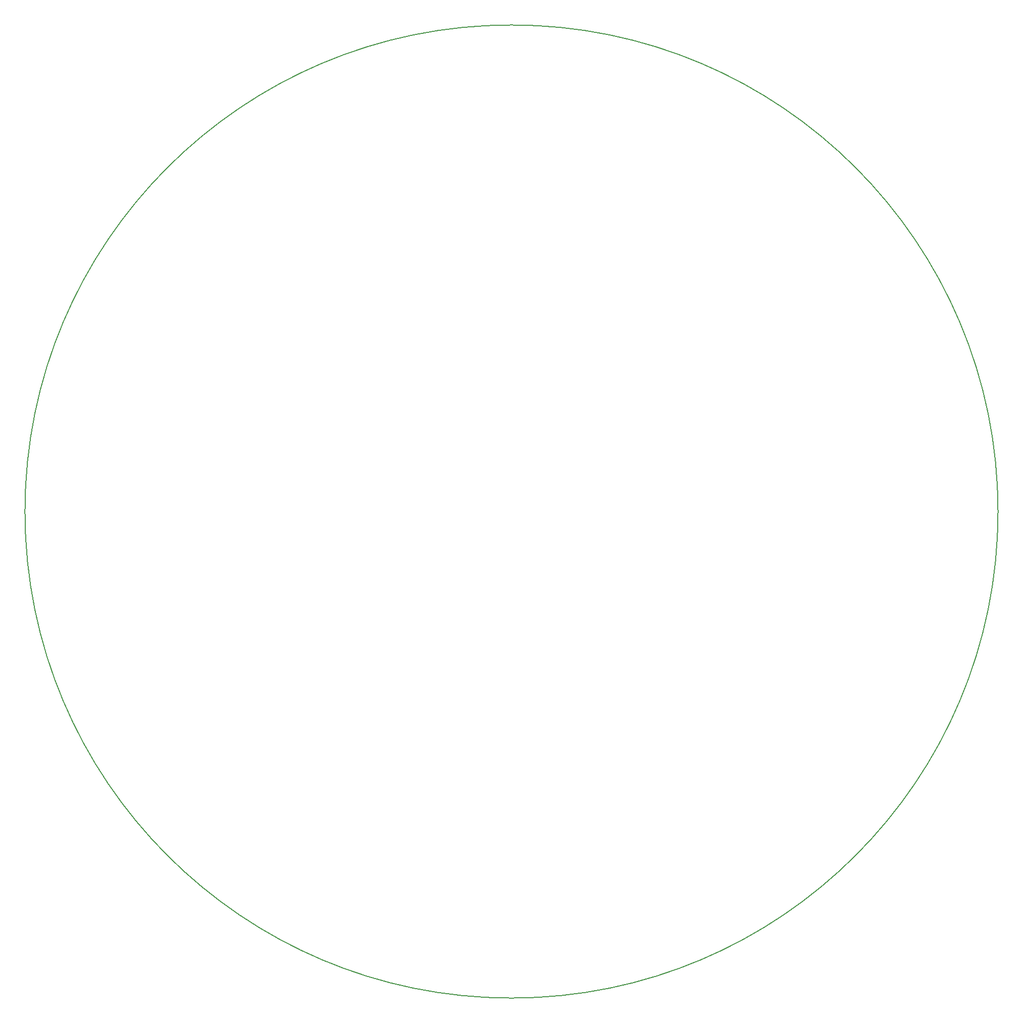
<source format=gbr>
%TF.GenerationSoftware,KiCad,Pcbnew,7.0.9-rc1*%
%TF.CreationDate,2023-11-05T19:21:47+02:00*%
%TF.ProjectId,projectA,70726f6a-6563-4744-912e-6b696361645f,rev?*%
%TF.SameCoordinates,PX5e5c173PY6474d3b*%
%TF.FileFunction,Profile,NP*%
%FSLAX46Y46*%
G04 Gerber Fmt 4.6, Leading zero omitted, Abs format (unit mm)*
G04 Created by KiCad (PCBNEW 7.0.9-rc1) date 2023-11-05 19:21:47*
%MOMM*%
%LPD*%
G01*
G04 APERTURE LIST*
%TA.AperFunction,Profile*%
%ADD10C,0.200000*%
%TD*%
G04 APERTURE END LIST*
D10*
X81500000Y0D02*
G75*
G03*
X81500000Y0I-81500000J0D01*
G01*
M02*

</source>
